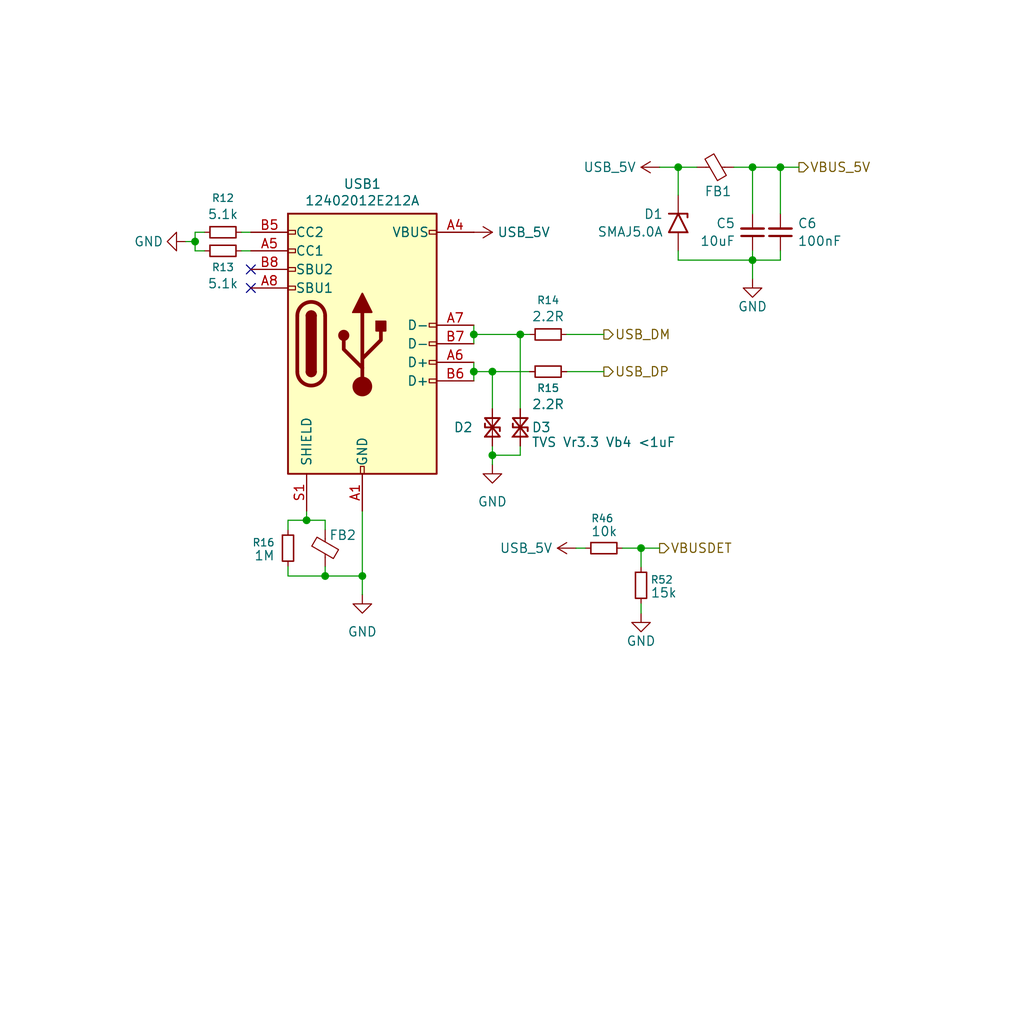
<source format=kicad_sch>
(kicad_sch (version 20250114) (generator "eeschema") (generator_version "9.0")
  (paper "User" 140 140)
  (lib_symbols
    (symbol "Connector:USB_C_Receptacle_USB2.0_16P" (pin_names (offset 1.016))
      (property "Reference" "USB1" (at 0 21.844 0))
      (property "Value" "12402012E212A" (at 0 19.558 0))
      (symbol "USB_C_Receptacle_USB2.0_16P_0_0"
        (rectangle (start -10.16 14.986) (end -9.144 15.494))
        (rectangle (start -10.16 9.906) (end -9.144 10.414))
        (rectangle (start -9.144 12.446) (end -10.16 12.954))
        (rectangle (start -9.144 7.366) (end -10.16 7.874))
        (rectangle (start -0.254 -17.78) (end 0.254 -16.764))
        (rectangle (start 10.16 15.494) (end 9.144 14.986))
        (rectangle (start 10.16 2.794) (end 9.144 2.286))
        (rectangle (start 10.16 0.254) (end 9.144 -0.254))
        (rectangle (start 10.16 -2.286) (end 9.144 -2.794))
        (rectangle (start 10.16 -4.826) (end 9.144 -5.334))
      )
      (symbol "USB_C_Receptacle_USB2.0_16P_0_1"
        (rectangle (start -10.16 17.78) (end 10.16 -17.78) (stroke (width 0.254)) (fill (type background)))
        (polyline (pts (xy -8.89 -3.81) (xy -8.89 3.81)) (stroke (width 0.508)))
        (rectangle (start -7.62 -3.81) (end -6.35 3.81) (stroke (width 0.254)) (fill (type outline)))
        (arc (start -7.62 3.81) (mid -6.985 4.4423) (end -6.35 3.81) (stroke (width 0.254)))
        (arc (start -7.62 3.81) (mid -6.985 4.4423) (end -6.35 3.81) (stroke (width 0.254)) (fill (type outline)))
        (arc (start -8.89 3.81) (mid -6.985 5.7067) (end -5.08 3.81) (stroke (width 0.508)))
        (arc (start -5.08 -3.81) (mid -6.985 -5.7067) (end -8.89 -3.81) (stroke (width 0.508)))
        (arc (start -6.35 -3.81) (mid -6.985 -4.4423) (end -7.62 -3.81) (stroke (width 0.254)))
        (arc (start -6.35 -3.81) (mid -6.985 -4.4423) (end -7.62 -3.81) (stroke (width 0.254)) (fill (type outline)))
        (polyline (pts (xy -5.08 3.81) (xy -5.08 -3.81)) (stroke (width 0.508)))
        (circle (center -2.54 1.143) (radius 0.635) (stroke (width 0.254)) (fill (type outline)))
        (polyline (pts (xy -1.27 4.318) (xy 0 6.858) (xy 1.27 4.318) (xy -1.27 4.318)) (stroke (width 0.254)) (fill (type outline)))
        (polyline (pts (xy 0 -2.032) (xy 2.54 0.508) (xy 2.54 1.778)) (stroke (width 0.508)))
        (polyline (pts (xy 0 -3.302) (xy -2.54 -0.762) (xy -2.54 0.508)) (stroke (width 0.508)))
        (polyline (pts (xy 0 -5.842) (xy 0 4.318)) (stroke (width 0.508)))
        (circle (center 0 -5.842) (radius 1.27) (fill (type outline)))
        (rectangle (start 1.905 1.778) (end 3.175 3.048) (stroke (width 0.254)) (fill (type outline)))
      )
      (symbol "USB_C_Receptacle_USB2.0_16P_1_1"
        (pin bidirectional line (at -15.24 15.24 0) (length 5.08) (name "CC2") (number "B5"))
        (pin bidirectional line (at -15.24 12.7 0) (length 5.08) (name "CC1") (number "A5"))
        (pin bidirectional line (at -15.24 10.16 0) (length 5.08) (name "SBU2") (number "B8"))
        (pin bidirectional line (at -15.24 7.62 0) (length 5.08) (name "SBU1") (number "A8"))
        (pin passive line (at -7.62 -22.86 90) (length 5.08) (name "SHIELD") (number "S1"))
        (pin passive line (at 0 -22.86 90) (length 5.08) (name "GND") (number "A1"))
        (pin passive line (at 0 -22.86 90) (length 5.08) (hide yes) (name "GND") (number "A12"))
        (pin passive line (at 0 -22.86 90) (length 5.08) (hide yes) (name "GND") (number "B1"))
        (pin passive line (at 0 -22.86 90) (length 5.08) (hide yes) (name "GND") (number "B12"))
        (pin power_out line (at 15.24 15.24 180) (length 5.08) (name "VBUS") (number "A4"))
        (pin passive line (at 15.24 15.24 180) (length 5.08) (hide yes) (name "VBUS") (number "A9"))
        (pin passive line (at 15.24 15.24 180) (length 5.08) (hide yes) (name "VBUS") (number "B4"))
        (pin passive line (at 15.24 15.24 180) (length 5.08) (hide yes) (name "VBUS") (number "B9"))
        (pin bidirectional line (at 15.24 2.54 180) (length 5.08) (name "D-") (number "A7"))
        (pin bidirectional line (at 15.24 0 180) (length 5.08) (name "D-") (number "B7"))
        (pin bidirectional line (at 15.24 -2.54 180) (length 5.08) (name "D+") (number "A6"))
        (pin bidirectional line (at 15.24 -5.08 180) (length 5.08) (name "D+") (number "B6"))
      )
    )
    (symbol "Device:C_Small" (pin_numbers (hide yes)) (pin_names (offset 0.254) (hide yes))
      (property "Reference" "C" (at 0.254 1.778 0))
      (property "Value" "C_Small" (at 0.254 -2.032 0))
      (symbol "C_Small_0_1"
        (polyline (pts (xy -1.524 0.508) (xy 1.524 0.508)) (stroke (width 0.3048)))
        (polyline (pts (xy -1.524 -0.508) (xy 1.524 -0.508)) (stroke (width 0.3302)))
      )
      (symbol "C_Small_1_1"
        (pin passive line (at 0 2.54 270) (length 2.032) (name "~") (number "1"))
        (pin passive line (at 0 -2.54 90) (length 2.032) (name "~") (number "2"))
      )
    )
    (symbol "Device:D_TVS_Small" (pin_numbers (hide yes)) (pin_names (offset 1.016) (hide yes))
      (property "Reference" "D" (at 0 2.54 0))
      (property "Value" "D_TVS_Small" (at 0 -2.54 0))
      (symbol "D_TVS_Small_0_1"
        (polyline (pts (xy -1.27 1.016) (xy -1.27 -1.016) (xy 1.27 1.016) (xy 1.27 -1.016) (xy -1.27 1.016)) (stroke (width 0.254)))
        (polyline (pts (xy -1.27 0) (xy 1.27 0)))
        (polyline (pts (xy 0.508 1.016) (xy 0 1.016) (xy 0 -1.016) (xy -0.508 -1.016)) (stroke (width 0.254)))
      )
      (symbol "D_TVS_Small_1_1"
        (pin passive line (at -2.54 0 0) (length 1.27) (name "A1") (number "1"))
        (pin passive line (at 2.54 0 180) (length 1.27) (name "A2") (number "2"))
      )
    )
    (symbol "Device:FerriteBead_Small" (pin_numbers (hide yes)) (pin_names (offset 0))
      (property "Reference" "FB" (at 1.905 1.27 0))
      (property "Value" "FerriteBead_Small" (at 1.905 -1.27 0))
      (symbol "FerriteBead_Small_0_1"
        (polyline (pts (xy -1.8288 0.2794) (xy -1.1176 1.4986) (xy 1.8288 -0.2032) (xy 1.1176 -1.4224) (xy -1.8288 0.2794)))
        (polyline (pts (xy 0 0.889) (xy 0 1.2954)))
        (polyline (pts (xy 0 -1.27) (xy 0 -0.7874)))
      )
      (symbol "FerriteBead_Small_1_1"
        (pin passive line (at 0 2.54 270) (length 1.27) (name "~") (number "1"))
        (pin passive line (at 0 -2.54 90) (length 1.27) (name "~") (number "2"))
      )
    )
    (symbol "Device:R_Small" (pin_numbers (hide yes)) (pin_names (offset 0.254) (hide yes))
      (property "Reference" "R" (at 0 0 90))
      (property "Value" "R_Small" (at 1.778 0 90))
      (symbol "R_Small_0_1"
        (rectangle (start -0.762 1.778) (end 0.762 -1.778) (stroke (width 0.2032)))
      )
      (symbol "R_Small_1_1"
        (pin passive line (at 0 2.54 270) (length 0.762) (name "~") (number "1"))
        (pin passive line (at 0 -2.54 90) (length 0.762) (name "~") (number "2"))
      )
    )
    (symbol "Diode:SMAJ5.0A" (pin_numbers (hide yes)) (pin_names (offset 1.016) (hide yes))
      (property "Reference" "D" (at 0 2.54 0))
      (property "Value" "SMAJ5.0A" (at 0 -2.54 0))
      (symbol "SMAJ5.0A_0_1"
        (polyline (pts (xy -0.762 1.27) (xy -1.27 1.27) (xy -1.27 -1.27)) (stroke (width 0.254)))
        (polyline (pts (xy 1.27 1.27) (xy 1.27 -1.27) (xy -1.27 0) (xy 1.27 1.27)) (stroke (width 0.254)))
      )
      (symbol "SMAJ5.0A_1_1"
        (pin passive line (at -3.81 0 0) (length 2.54) (name "A1") (number "1"))
        (pin passive line (at 3.81 0 180) (length 2.54) (name "A2") (number "2"))
      )
    )
    (symbol "power:GND" (power) (pin_numbers (hide yes)) (pin_names (offset 0) (hide yes))
      (property "Value" "GND" (at 0 -3.81 0))
      (symbol "GND_0_1"
        (polyline (pts (xy 0 0) (xy 0 -1.27) (xy 1.27 -1.27) (xy 0 -2.54) (xy -1.27 -1.27) (xy 0 -1.27)))
      )
      (symbol "GND_1_1"
        (pin power_in line (at 0 0 270) (length 0) (name "~") (number "1"))
      )
    )
    (symbol "power:VCC" (power) (pin_numbers (hide yes)) (pin_names (offset 0) (hide yes))
      (property "Value" "VCC" (at 0 3.556 0))
      (symbol "VCC_0_1"
        (polyline (pts (xy -0.762 1.27) (xy 0 2.54)))
        (polyline (pts (xy 0 2.54) (xy 0.762 1.27)))
        (polyline (pts (xy 0 0) (xy 0 2.54)))
      )
      (symbol "VCC_1_1"
        (pin power_in line (at 0 0 90) (length 0) (name "~") (number "1"))
      )
    )
  )
  (junction (at 67.31 50.8))
  (junction (at 92.71 22.86))
  (junction (at 67.31 62.23))
  (junction (at 49.53 78.74))
  (junction (at 64.77 50.8))
  (junction (at 71.12 45.72))
  (junction (at 106.68 22.86))
  (junction (at 87.63 74.93))
  (junction (at 26.67 33.02))
  (junction (at 41.91 71.12))
  (junction (at 102.87 22.86))
  (junction (at 64.77 45.72))
  (junction (at 102.87 35.56))
  (junction (at 44.45 78.74))
  (no_connect (at 34.29 36.83))
  (no_connect (at 34.29 39.37))
  (wire (pts (xy 49.53 69.85) (xy 49.53 78.74)))
  (wire (pts (xy 67.31 62.23) (xy 71.12 62.23)))
  (wire (pts (xy 26.67 33.02) (xy 26.67 34.29)))
  (wire (pts (xy 39.37 71.12) (xy 41.91 71.12)))
  (wire (pts (xy 106.68 29.21) (xy 106.68 22.86)))
  (wire (pts (xy 64.77 44.45) (xy 64.77 45.72)))
  (wire (pts (xy 26.67 31.75) (xy 26.67 33.02)))
  (wire (pts (xy 64.77 50.8) (xy 64.77 52.07)))
  (wire (pts (xy 82.55 50.8) (xy 77.47 50.8)))
  (wire (pts (xy 39.37 78.74) (xy 39.37 77.47)))
  (wire (pts (xy 102.87 29.21) (xy 102.87 22.86)))
  (wire (pts (xy 34.29 34.29) (xy 33.02 34.29)))
  (wire (pts (xy 39.37 71.12) (xy 39.37 72.39)))
  (wire (pts (xy 100.33 22.86) (xy 102.87 22.86)))
  (wire (pts (xy 41.91 69.85) (xy 41.91 71.12)))
  (wire (pts (xy 87.63 83.82) (xy 87.63 82.55)))
  (wire (pts (xy 92.71 26.67) (xy 92.71 22.86)))
  (wire (pts (xy 44.45 71.12) (xy 41.91 71.12)))
  (wire (pts (xy 106.68 35.56) (xy 106.68 34.29)))
  (wire (pts (xy 49.53 78.74) (xy 44.45 78.74)))
  (wire (pts (xy 25.4 33.02) (xy 26.67 33.02)))
  (wire (pts (xy 64.77 45.72) (xy 64.77 46.99)))
  (wire (pts (xy 102.87 22.86) (xy 106.68 22.86)))
  (wire (pts (xy 90.17 22.86) (xy 92.71 22.86)))
  (wire (pts (xy 92.71 22.86) (xy 95.25 22.86)))
  (wire (pts (xy 102.87 35.56) (xy 102.87 34.29)))
  (wire (pts (xy 44.45 71.12) (xy 44.45 72.39)))
  (wire (pts (xy 82.55 45.72) (xy 77.47 45.72)))
  (wire (pts (xy 71.12 45.72) (xy 71.12 55.88)))
  (wire (pts (xy 49.53 78.74) (xy 49.53 81.28)))
  (wire (pts (xy 92.71 35.56) (xy 102.87 35.56)))
  (wire (pts (xy 44.45 78.74) (xy 44.45 77.47)))
  (wire (pts (xy 26.67 34.29) (xy 27.94 34.29)))
  (wire (pts (xy 26.67 31.75) (xy 27.94 31.75)))
  (wire (pts (xy 67.31 50.8) (xy 67.31 55.88)))
  (wire (pts (xy 102.87 38.1) (xy 102.87 35.56)))
  (wire (pts (xy 92.71 34.29) (xy 92.71 35.56)))
  (wire (pts (xy 87.63 74.93) (xy 90.17 74.93)))
  (wire (pts (xy 64.77 49.53) (xy 64.77 50.8)))
  (wire (pts (xy 71.12 60.96) (xy 71.12 62.23)))
  (wire (pts (xy 64.77 45.72) (xy 71.12 45.72)))
  (wire (pts (xy 87.63 74.93) (xy 87.63 77.47)))
  (wire (pts (xy 67.31 50.8) (xy 72.39 50.8)))
  (wire (pts (xy 85.09 74.93) (xy 87.63 74.93)))
  (wire (pts (xy 71.12 45.72) (xy 72.39 45.72)))
  (wire (pts (xy 33.02 31.75) (xy 34.29 31.75)))
  (wire (pts (xy 67.31 60.96) (xy 67.31 62.23)))
  (wire (pts (xy 39.37 78.74) (xy 44.45 78.74)))
  (wire (pts (xy 102.87 35.56) (xy 106.68 35.56)))
  (wire (pts (xy 67.31 62.23) (xy 67.31 63.5)))
  (wire (pts (xy 78.74 74.93) (xy 80.01 74.93)))
  (wire (pts (xy 106.68 22.86) (xy 109.22 22.86)))
  (wire (pts (xy 64.77 50.8) (xy 67.31 50.8)))
  (hierarchical_label "VBUSDET" (shape output) (at 90.17 74.93 0))
  (hierarchical_label "USB_DP" (shape output) (at 82.55 50.8 0))
  (hierarchical_label "VBUS_5V" (shape output) (at 109.22 22.86 0))
  (hierarchical_label "USB_DM" (shape output) (at 82.55 45.72 0))
  (symbol (lib_id "power:GND") (at 87.63 83.82 0) (unit 1)
    (property "Reference" "#PWR093" (effects (hide yes)))
    (property "Value" "GND" (at 87.63 87.63 0))
    (property "Description" "Power symbol creates a global label with name \"GND\" , ground" (effects (hide yes)))
  )
  (symbol (lib_id "Device:FerriteBead_Small") (at 97.79 22.86 270) (mirror x) (unit 1)
    (property "Reference" "FB1" (at 96.266 26.162 90) (effects (justify left)))
    (property "Value" "FerriteBead_Small" (effects (hide yes)))
    (property "Description" "Ferrite bead, small symbol" (effects (hide yes)))
  )
  (symbol (lib_id "power:GND") (at 102.87 38.1 0) (mirror y) (unit 1)
    (property "Reference" "#PWR019" (effects (hide yes)))
    (property "Value" "GND" (at 102.87 41.91 0))
    (property "Description" "Power symbol creates a global label with name \"GND\" , ground" (effects (hide yes)))
  )
  (symbol (lib_id "power:VCC") (at 78.74 74.93 90) (unit 1)
    (property "Reference" "#PWR092" (effects (hide yes)))
    (property "Value" "USB_5V" (at 71.916 74.93 90))
    (property "Description" "Power symbol creates a global label with name \"VCC\"" (effects (hide yes)))
  )
  (symbol (lib_id "Device:R_Small") (at 74.93 45.72 270) (unit 1)
    (property "Reference" "R14" (at 74.93 41.0433 90) (effects (font (size 1.016 1.016))))
    (property "Value" "2.2R" (at 74.93 43.2632 90))
    (property "Description" "Resistor, small symbol" (effects (hide yes)))
  )
  (symbol (lib_id "Device:C_Small") (at 106.68 31.75 0) (mirror x) (unit 1)
    (property "Reference" "C6" (at 109.0041 30.5314 0) (effects (justify left)))
    (property "Value" "100nF" (at 109.0041 32.9557 0) (effects (justify left)))
    (property "Description" "Unpolarized capacitor, small symbol" (effects (hide yes)))
  )
  (symbol (lib_id "Device:D_TVS_Small") (at 71.12 58.42 90) (unit 1)
    (property "Reference" "D3" (at 72.644 58.42 90) (effects (justify right)))
    (property "Value" "TVS Vr3.3 Vb4 <1uF" (at 72.644 60.4521 90) (effects (justify right)))
    (property "Description" "Bidirectional transient-voltage-suppression diode, small symbol" (effects (hide yes)))
  )
  (symbol (lib_id "Connector:USB_C_Receptacle_USB2.0_16P") (at 49.53 46.99 0) (unit 1)
    (property "Reference" "USB1" (at 49.53 25.146 0))
    (property "Value" "12402012E212A" (at 49.53 27.432 0))
    (property "Footprint" "srad-camera-footprints:USB-SMD_TYPE-C16PIN-1" (effects (hide yes)))
    (property "Datasheet" "https://www.usb.org/sites/default/files/documents/usb_type-c.zip" (effects (hide yes)))
    (property "Description" "USB 2.0-only 16P Type-C Receptacle connector" (effects (hide yes)))
  )
  (symbol (lib_id "Device:FerriteBead_Small") (at 44.45 74.93 0) (unit 1)
    (property "Reference" "FB2" (at 44.958 73.152 0) (effects (justify left)))
    (property "Value" "FerriteBead_Small" (effects (hide yes)))
    (property "Description" "Ferrite bead, small symbol" (effects (hide yes)))
  )
  (symbol (lib_id "Diode:SMAJ5.0A") (at 92.71 30.48 270) (unit 1)
    (property "Reference" "D1" (at 90.6781 29.2678 90) (effects (justify right)))
    (property "Value" "SMAJ5.0A" (at 90.6781 31.6921 90) (effects (justify right)))
    (property "Footprint" "Diode_SMD:D_SMA" (effects (hide yes)))
    (property "Datasheet" "https://www.littelfuse.com/media?resourcetype=datasheets&itemid=75e32973-b177-4ee3-a0ff-cedaf1abdb93&filename=smaj-datasheet" (effects (hide yes)))
    (property "Description" "400W unidirectional Transient Voltage Suppressor, 5.0Vr, SMA(DO-214AC)" (effects (hide yes)))
  )
  (symbol (lib_id "power:VCC") (at 90.17 22.86 90) (mirror x) (unit 1)
    (property "Reference" "#PWR091" (effects (hide yes)))
    (property "Value" "USB_5V" (at 83.346 22.86 90))
    (property "Description" "Power symbol creates a global label with name \"VCC\"" (effects (hide yes)))
  )
  (symbol (lib_id "Device:R_Small") (at 87.63 80.01 0) (mirror y) (unit 1)
    (property "Reference" "R52" (at 88.9 79.248 0) (effects (font (size 1.016 1.016)) (justify right)))
    (property "Value" "15k" (at 88.9 81.026 0) (effects (justify right)))
    (property "Description" "Resistor, small symbol" (effects (hide yes)))
  )
  (symbol (lib_id "Device:C_Small") (at 102.87 31.75 0) (mirror x) (unit 1)
    (property "Reference" "C5" (at 100.5459 30.5314 0) (effects (justify right)))
    (property "Value" "10uF" (at 100.5459 32.9557 0) (effects (justify right)))
    (property "Description" "Unpolarized capacitor, small symbol" (effects (hide yes)))
  )
  (symbol (lib_id "power:VCC") (at 64.77 31.75 270) (unit 1)
    (property "Reference" "#PWR090" (effects (hide yes)))
    (property "Value" "USB_5V" (at 71.594 31.75 90))
    (property "Description" "Power symbol creates a global label with name \"VCC\"" (effects (hide yes)))
  )
  (symbol (lib_id "Device:D_TVS_Small") (at 67.31 58.42 90) (unit 1)
    (property "Reference" "D2" (at 61.976 58.42 90) (effects (justify right)))
    (property "Value" "D_TVS <1uF" (effects (hide yes)))
    (property "Description" "Bidirectional transient-voltage-suppression diode, small symbol" (effects (hide yes)))
  )
  (symbol (lib_id "Device:R_Small") (at 30.48 31.75 270) (unit 1)
    (property "Reference" "R12" (at 30.48 27.0733 90) (effects (font (size 1.016 1.016))))
    (property "Value" "5.1k" (at 30.48 29.2932 90))
    (property "Description" "Resistor, small symbol" (effects (hide yes)))
  )
  (symbol (lib_id "power:GND") (at 25.4 33.02 270) (unit 1)
    (property "Reference" "#PWR020" (effects (hide yes)))
    (property "Value" "GND" (at 20.32 33.02 90))
    (property "Description" "Power symbol creates a global label with name \"GND\" , ground" (effects (hide yes)))
  )
  (symbol (lib_id "Device:R_Small") (at 82.55 74.93 270) (unit 1)
    (property "Reference" "R46" (at 80.772 70.866 90) (effects (font (size 1.016 1.016)) (justify left)))
    (property "Value" "10k" (at 80.772 72.644 90) (effects (justify left)))
    (property "Description" "Resistor, small symbol" (effects (hide yes)))
  )
  (symbol (lib_id "power:GND") (at 67.31 63.5 0) (unit 1)
    (property "Reference" "#PWR021" (effects (hide yes)))
    (property "Value" "GND" (at 67.31 68.58 0))
    (property "Description" "Power symbol creates a global label with name \"GND\" , ground" (effects (hide yes)))
  )
  (symbol (lib_id "power:GND") (at 49.53 81.28 0) (unit 1)
    (property "Reference" "#PWR022" (effects (hide yes)))
    (property "Value" "GND" (at 49.53 86.36 0))
    (property "Description" "Power symbol creates a global label with name \"GND\" , ground" (effects (hide yes)))
  )
  (symbol (lib_id "Device:R_Small") (at 39.37 74.93 0) (unit 1)
    (property "Reference" "R16" (at 37.592 74.168 0) (effects (font (size 1.016 1.016)) (justify right)))
    (property "Value" "1M" (at 37.592 75.946 0) (effects (justify right)))
    (property "Description" "Resistor, small symbol" (effects (hide yes)))
  )
  (symbol (lib_id "Device:R_Small") (at 74.93 50.8 90) (unit 1)
    (property "Reference" "R15" (at 74.93 53.0523 90) (effects (font (size 1.016 1.016))))
    (property "Value" "2.2R" (at 74.93 55.2722 90))
    (property "Description" "Resistor, small symbol" (effects (hide yes)))
  )
  (symbol (lib_id "Device:R_Small") (at 30.48 34.29 90) (unit 1)
    (property "Reference" "R13" (at 30.48 36.5423 90) (effects (font (size 1.016 1.016))))
    (property "Value" "5.1k" (at 30.48 38.7622 90))
    (property "Description" "Resistor, small symbol" (effects (hide yes)))
  )
)
</source>
